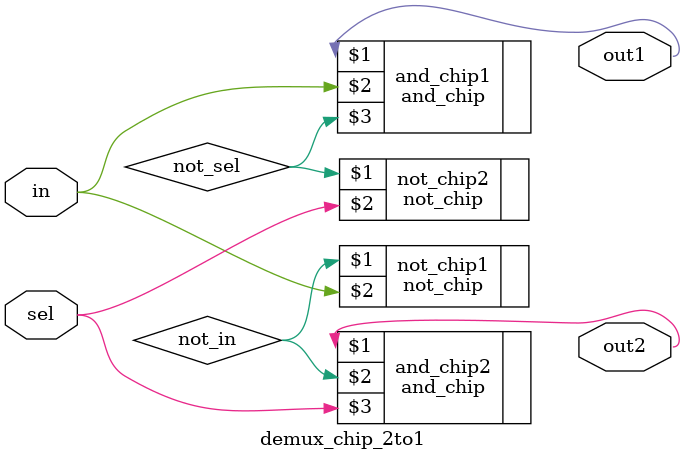
<source format=v>

module demux_chip_2to1(out1, out2, in, sel);
	input in, sel;
	output out1, out2;
	wire not_in, not_sel;	

	not_chip not_chip1(not_in, in);	
	not_chip not_chip2(not_sel, sel);
	
	and_chip and_chip1(out1, in, not_sel);
	and_chip and_chip2(out2, not_in, sel);	
	
endmodule

</source>
